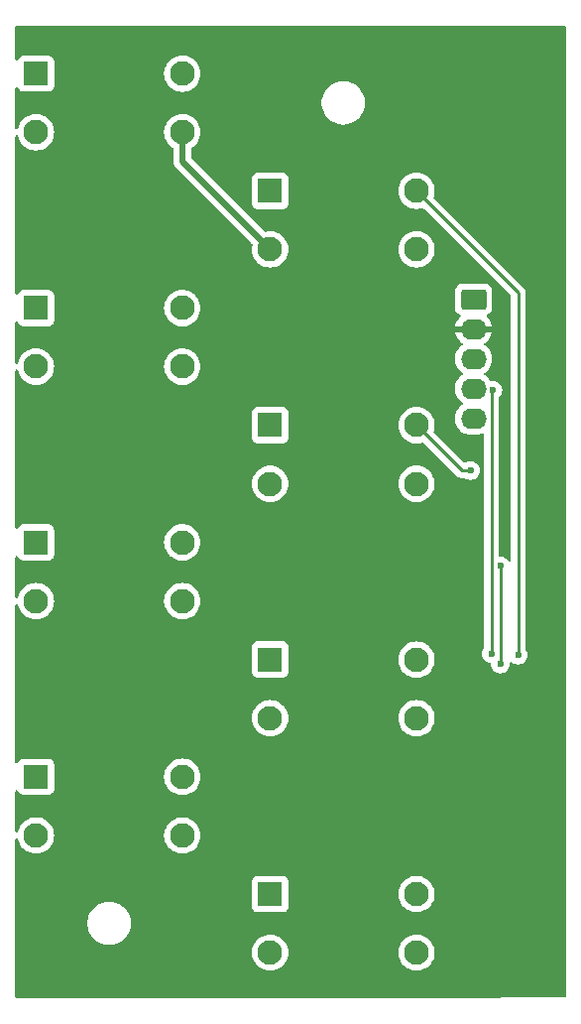
<source format=gbr>
G04 #@! TF.GenerationSoftware,KiCad,Pcbnew,8.0.8*
G04 #@! TF.CreationDate,2025-03-03T22:19:49-06:00*
G04 #@! TF.ProjectId,group13_buttons,67726f75-7031-4335-9f62-7574746f6e73,rev?*
G04 #@! TF.SameCoordinates,Original*
G04 #@! TF.FileFunction,Copper,L2,Bot*
G04 #@! TF.FilePolarity,Positive*
%FSLAX46Y46*%
G04 Gerber Fmt 4.6, Leading zero omitted, Abs format (unit mm)*
G04 Created by KiCad (PCBNEW 8.0.8) date 2025-03-03 22:19:49*
%MOMM*%
%LPD*%
G01*
G04 APERTURE LIST*
G04 Aperture macros list*
%AMRoundRect*
0 Rectangle with rounded corners*
0 $1 Rounding radius*
0 $2 $3 $4 $5 $6 $7 $8 $9 X,Y pos of 4 corners*
0 Add a 4 corners polygon primitive as box body*
4,1,4,$2,$3,$4,$5,$6,$7,$8,$9,$2,$3,0*
0 Add four circle primitives for the rounded corners*
1,1,$1+$1,$2,$3*
1,1,$1+$1,$4,$5*
1,1,$1+$1,$6,$7*
1,1,$1+$1,$8,$9*
0 Add four rect primitives between the rounded corners*
20,1,$1+$1,$2,$3,$4,$5,0*
20,1,$1+$1,$4,$5,$6,$7,0*
20,1,$1+$1,$6,$7,$8,$9,0*
20,1,$1+$1,$8,$9,$2,$3,0*%
G04 Aperture macros list end*
G04 #@! TA.AperFunction,ComponentPad*
%ADD10C,2.100000*%
G04 #@! TD*
G04 #@! TA.AperFunction,ComponentPad*
%ADD11R,2.100000X2.100000*%
G04 #@! TD*
G04 #@! TA.AperFunction,ComponentPad*
%ADD12O,2.190000X1.740000*%
G04 #@! TD*
G04 #@! TA.AperFunction,ComponentPad*
%ADD13RoundRect,0.250000X-0.845000X0.620000X-0.845000X-0.620000X0.845000X-0.620000X0.845000X0.620000X0*%
G04 #@! TD*
G04 #@! TA.AperFunction,ViaPad*
%ADD14C,0.600000*%
G04 #@! TD*
G04 #@! TA.AperFunction,Conductor*
%ADD15C,0.508000*%
G04 #@! TD*
G04 #@! TA.AperFunction,Conductor*
%ADD16C,0.254000*%
G04 #@! TD*
G04 APERTURE END LIST*
D10*
X173851000Y-192809000D03*
X161351000Y-192809000D03*
X173851000Y-187809000D03*
D11*
X161351000Y-187809000D03*
X161351000Y-167809000D03*
D10*
X173851000Y-167809000D03*
X161351000Y-172809000D03*
X173851000Y-172809000D03*
D11*
X161351000Y-147809000D03*
D10*
X173851000Y-147809000D03*
X161351000Y-152809000D03*
X173851000Y-152809000D03*
D11*
X161351000Y-127809000D03*
D10*
X173851000Y-127809000D03*
X161351000Y-132809000D03*
X173851000Y-132809000D03*
X153851000Y-182809000D03*
X141351000Y-182809000D03*
X153851000Y-177809000D03*
D11*
X141351000Y-177809000D03*
X141351000Y-157809000D03*
D10*
X153851000Y-157809000D03*
X141351000Y-162809000D03*
X153851000Y-162809000D03*
D11*
X141351000Y-137809000D03*
D10*
X153851000Y-137809000D03*
X141351000Y-142809000D03*
X153851000Y-142809000D03*
D11*
X141351000Y-117809000D03*
D10*
X153851000Y-117809000D03*
X141351000Y-122809000D03*
X153851000Y-122809000D03*
D12*
X178716000Y-147233000D03*
X178716000Y-144693000D03*
X178716000Y-142153000D03*
X178716000Y-139613000D03*
D13*
X178716000Y-137073000D03*
D14*
X143156000Y-176189000D03*
X163476000Y-170220000D03*
X158777000Y-170855000D03*
X161063000Y-159044000D03*
X180367000Y-144820000D03*
X180240000Y-167299000D03*
X181002000Y-159806000D03*
X181002000Y-168188000D03*
X182526000Y-167426000D03*
X178462000Y-151678000D03*
X156491000Y-153837000D03*
X158904000Y-141010000D03*
X157126000Y-173522000D03*
X156110000Y-121706000D03*
X165000000Y-121960000D03*
X158904000Y-120817000D03*
D15*
X153851000Y-125309000D02*
X153851000Y-122809000D01*
X161351000Y-132809000D02*
X153851000Y-125309000D01*
D16*
X180240000Y-144947000D02*
X180367000Y-144820000D01*
X180240000Y-167299000D02*
X180240000Y-144947000D01*
X181002000Y-168188000D02*
X181002000Y-159806000D01*
X182526000Y-136484000D02*
X173851000Y-127809000D01*
X182526000Y-167426000D02*
X182526000Y-136484000D01*
X178462000Y-151678000D02*
X177720000Y-151678000D01*
X177720000Y-151678000D02*
X173851000Y-147809000D01*
G04 #@! TA.AperFunction,Conductor*
G36*
X186534539Y-113717185D02*
G01*
X186580294Y-113769989D01*
X186591500Y-113821500D01*
X186591500Y-196514005D01*
X186571815Y-196581044D01*
X186519011Y-196626799D01*
X186468161Y-196638003D01*
X175500625Y-196696498D01*
X175499964Y-196696500D01*
X139716500Y-196696500D01*
X139649461Y-196676815D01*
X139603706Y-196624011D01*
X139592500Y-196572500D01*
X139592500Y-192809000D01*
X159795706Y-192809000D01*
X159814853Y-193052297D01*
X159871830Y-193289619D01*
X159965222Y-193515089D01*
X160092737Y-193723173D01*
X160092738Y-193723176D01*
X160092741Y-193723179D01*
X160251241Y-193908759D01*
X160394897Y-194031453D01*
X160436823Y-194067261D01*
X160436826Y-194067262D01*
X160644910Y-194194777D01*
X160870381Y-194288169D01*
X160870378Y-194288169D01*
X160870384Y-194288170D01*
X160870388Y-194288172D01*
X161107698Y-194345146D01*
X161351000Y-194364294D01*
X161594302Y-194345146D01*
X161831612Y-194288172D01*
X162057089Y-194194777D01*
X162265179Y-194067259D01*
X162450759Y-193908759D01*
X162609259Y-193723179D01*
X162736777Y-193515089D01*
X162830172Y-193289612D01*
X162887146Y-193052302D01*
X162906294Y-192809000D01*
X172295706Y-192809000D01*
X172314853Y-193052297D01*
X172371830Y-193289619D01*
X172465222Y-193515089D01*
X172592737Y-193723173D01*
X172592738Y-193723176D01*
X172592741Y-193723179D01*
X172751241Y-193908759D01*
X172894897Y-194031453D01*
X172936823Y-194067261D01*
X172936826Y-194067262D01*
X173144910Y-194194777D01*
X173370381Y-194288169D01*
X173370378Y-194288169D01*
X173370384Y-194288170D01*
X173370388Y-194288172D01*
X173607698Y-194345146D01*
X173851000Y-194364294D01*
X174094302Y-194345146D01*
X174331612Y-194288172D01*
X174557089Y-194194777D01*
X174765179Y-194067259D01*
X174950759Y-193908759D01*
X175109259Y-193723179D01*
X175236777Y-193515089D01*
X175330172Y-193289612D01*
X175387146Y-193052302D01*
X175406294Y-192809000D01*
X175387146Y-192565698D01*
X175330172Y-192328388D01*
X175236777Y-192102911D01*
X175236777Y-192102910D01*
X175109262Y-191894826D01*
X175109261Y-191894823D01*
X175071774Y-191850932D01*
X174950759Y-191709241D01*
X174828063Y-191604449D01*
X174765176Y-191550738D01*
X174765173Y-191550737D01*
X174557089Y-191423222D01*
X174331618Y-191329830D01*
X174331621Y-191329830D01*
X174225992Y-191304470D01*
X174094302Y-191272854D01*
X174094300Y-191272853D01*
X174094297Y-191272853D01*
X173851000Y-191253706D01*
X173607702Y-191272853D01*
X173370380Y-191329830D01*
X173144910Y-191423222D01*
X172936826Y-191550737D01*
X172936823Y-191550738D01*
X172751241Y-191709241D01*
X172592738Y-191894823D01*
X172592737Y-191894826D01*
X172465222Y-192102910D01*
X172371830Y-192328380D01*
X172314853Y-192565702D01*
X172295706Y-192809000D01*
X162906294Y-192809000D01*
X162887146Y-192565698D01*
X162830172Y-192328388D01*
X162736777Y-192102911D01*
X162736777Y-192102910D01*
X162609262Y-191894826D01*
X162609261Y-191894823D01*
X162571774Y-191850932D01*
X162450759Y-191709241D01*
X162328063Y-191604449D01*
X162265176Y-191550738D01*
X162265173Y-191550737D01*
X162057089Y-191423222D01*
X161831618Y-191329830D01*
X161831621Y-191329830D01*
X161725992Y-191304470D01*
X161594302Y-191272854D01*
X161594300Y-191272853D01*
X161594297Y-191272853D01*
X161351000Y-191253706D01*
X161107702Y-191272853D01*
X160870380Y-191329830D01*
X160644910Y-191423222D01*
X160436826Y-191550737D01*
X160436823Y-191550738D01*
X160251241Y-191709241D01*
X160092738Y-191894823D01*
X160092737Y-191894826D01*
X159965222Y-192102910D01*
X159871830Y-192328380D01*
X159814853Y-192565702D01*
X159795706Y-192809000D01*
X139592500Y-192809000D01*
X139592500Y-190187711D01*
X145750500Y-190187711D01*
X145750500Y-190430288D01*
X145782161Y-190670785D01*
X145844947Y-190905104D01*
X145937773Y-191129205D01*
X145937776Y-191129212D01*
X146059064Y-191339289D01*
X146059066Y-191339292D01*
X146059067Y-191339293D01*
X146206733Y-191531736D01*
X146206739Y-191531743D01*
X146378256Y-191703260D01*
X146378262Y-191703265D01*
X146570711Y-191850936D01*
X146780788Y-191972224D01*
X147004900Y-192065054D01*
X147239211Y-192127838D01*
X147419586Y-192151584D01*
X147479711Y-192159500D01*
X147479712Y-192159500D01*
X147722289Y-192159500D01*
X147770388Y-192153167D01*
X147962789Y-192127838D01*
X148197100Y-192065054D01*
X148421212Y-191972224D01*
X148631289Y-191850936D01*
X148823738Y-191703265D01*
X148995265Y-191531738D01*
X149142936Y-191339289D01*
X149264224Y-191129212D01*
X149357054Y-190905100D01*
X149419838Y-190670789D01*
X149451500Y-190430288D01*
X149451500Y-190187712D01*
X149419838Y-189947211D01*
X149357054Y-189712900D01*
X149264224Y-189488788D01*
X149142936Y-189278711D01*
X148995265Y-189086262D01*
X148995260Y-189086256D01*
X148823743Y-188914739D01*
X148823736Y-188914733D01*
X148631293Y-188767067D01*
X148631292Y-188767066D01*
X148631289Y-188767064D01*
X148421212Y-188645776D01*
X148421205Y-188645773D01*
X148197104Y-188552947D01*
X147962785Y-188490161D01*
X147722289Y-188458500D01*
X147722288Y-188458500D01*
X147479712Y-188458500D01*
X147479711Y-188458500D01*
X147239214Y-188490161D01*
X147004895Y-188552947D01*
X146780794Y-188645773D01*
X146780785Y-188645777D01*
X146570706Y-188767067D01*
X146378263Y-188914733D01*
X146378256Y-188914739D01*
X146206739Y-189086256D01*
X146206733Y-189086263D01*
X146059067Y-189278706D01*
X145937777Y-189488785D01*
X145937773Y-189488794D01*
X145844947Y-189712895D01*
X145782161Y-189947214D01*
X145750500Y-190187711D01*
X139592500Y-190187711D01*
X139592500Y-186711135D01*
X159800500Y-186711135D01*
X159800500Y-188906870D01*
X159800501Y-188906876D01*
X159806908Y-188966483D01*
X159857202Y-189101328D01*
X159857206Y-189101335D01*
X159943452Y-189216544D01*
X159943455Y-189216547D01*
X160058664Y-189302793D01*
X160058671Y-189302797D01*
X160193517Y-189353091D01*
X160193516Y-189353091D01*
X160200444Y-189353835D01*
X160253127Y-189359500D01*
X162448872Y-189359499D01*
X162508483Y-189353091D01*
X162643331Y-189302796D01*
X162758546Y-189216546D01*
X162844796Y-189101331D01*
X162895091Y-188966483D01*
X162901500Y-188906873D01*
X162901499Y-187809000D01*
X172295706Y-187809000D01*
X172314853Y-188052297D01*
X172371830Y-188289619D01*
X172465222Y-188515089D01*
X172592737Y-188723173D01*
X172592738Y-188723176D01*
X172592741Y-188723179D01*
X172751241Y-188908759D01*
X172894897Y-189031453D01*
X172936823Y-189067261D01*
X172936826Y-189067262D01*
X173144910Y-189194777D01*
X173370381Y-189288169D01*
X173370378Y-189288169D01*
X173370384Y-189288170D01*
X173370388Y-189288172D01*
X173607698Y-189345146D01*
X173851000Y-189364294D01*
X174094302Y-189345146D01*
X174331612Y-189288172D01*
X174557089Y-189194777D01*
X174765179Y-189067259D01*
X174950759Y-188908759D01*
X175109259Y-188723179D01*
X175236777Y-188515089D01*
X175330172Y-188289612D01*
X175387146Y-188052302D01*
X175406294Y-187809000D01*
X175387146Y-187565698D01*
X175330172Y-187328388D01*
X175236777Y-187102911D01*
X175236777Y-187102910D01*
X175109262Y-186894826D01*
X175109261Y-186894823D01*
X175073453Y-186852897D01*
X174950759Y-186709241D01*
X174828063Y-186604449D01*
X174765176Y-186550738D01*
X174765173Y-186550737D01*
X174557089Y-186423222D01*
X174331618Y-186329830D01*
X174331621Y-186329830D01*
X174225992Y-186304470D01*
X174094302Y-186272854D01*
X174094300Y-186272853D01*
X174094297Y-186272853D01*
X173851000Y-186253706D01*
X173607702Y-186272853D01*
X173607698Y-186272854D01*
X173431301Y-186315204D01*
X173370380Y-186329830D01*
X173144910Y-186423222D01*
X172936826Y-186550737D01*
X172936823Y-186550738D01*
X172751241Y-186709241D01*
X172592738Y-186894823D01*
X172592737Y-186894826D01*
X172465222Y-187102910D01*
X172371830Y-187328380D01*
X172314853Y-187565702D01*
X172295706Y-187809000D01*
X162901499Y-187809000D01*
X162901499Y-186711128D01*
X162895091Y-186651517D01*
X162844796Y-186516669D01*
X162844795Y-186516668D01*
X162844793Y-186516664D01*
X162758547Y-186401455D01*
X162758544Y-186401452D01*
X162643335Y-186315206D01*
X162643328Y-186315202D01*
X162508482Y-186264908D01*
X162508483Y-186264908D01*
X162448883Y-186258501D01*
X162448881Y-186258500D01*
X162448873Y-186258500D01*
X162448864Y-186258500D01*
X160253129Y-186258500D01*
X160253123Y-186258501D01*
X160193516Y-186264908D01*
X160058671Y-186315202D01*
X160058664Y-186315206D01*
X159943455Y-186401452D01*
X159943452Y-186401455D01*
X159857206Y-186516664D01*
X159857202Y-186516671D01*
X159806908Y-186651517D01*
X159800703Y-186709241D01*
X159800501Y-186711123D01*
X159800500Y-186711135D01*
X139592500Y-186711135D01*
X139592500Y-183173798D01*
X139612185Y-183106759D01*
X139664989Y-183061004D01*
X139734147Y-183051060D01*
X139797703Y-183080085D01*
X139835477Y-183138863D01*
X139837065Y-183144818D01*
X139871828Y-183289612D01*
X139871830Y-183289619D01*
X139965222Y-183515089D01*
X140092737Y-183723173D01*
X140092738Y-183723176D01*
X140092741Y-183723179D01*
X140251241Y-183908759D01*
X140394897Y-184031453D01*
X140436823Y-184067261D01*
X140436826Y-184067262D01*
X140644910Y-184194777D01*
X140870381Y-184288169D01*
X140870378Y-184288169D01*
X140870384Y-184288170D01*
X140870388Y-184288172D01*
X141107698Y-184345146D01*
X141351000Y-184364294D01*
X141594302Y-184345146D01*
X141831612Y-184288172D01*
X142057089Y-184194777D01*
X142265179Y-184067259D01*
X142450759Y-183908759D01*
X142609259Y-183723179D01*
X142736777Y-183515089D01*
X142830172Y-183289612D01*
X142887146Y-183052302D01*
X142906294Y-182809000D01*
X152295706Y-182809000D01*
X152314853Y-183052297D01*
X152371830Y-183289619D01*
X152465222Y-183515089D01*
X152592737Y-183723173D01*
X152592738Y-183723176D01*
X152592741Y-183723179D01*
X152751241Y-183908759D01*
X152894897Y-184031453D01*
X152936823Y-184067261D01*
X152936826Y-184067262D01*
X153144910Y-184194777D01*
X153370381Y-184288169D01*
X153370378Y-184288169D01*
X153370384Y-184288170D01*
X153370388Y-184288172D01*
X153607698Y-184345146D01*
X153851000Y-184364294D01*
X154094302Y-184345146D01*
X154331612Y-184288172D01*
X154557089Y-184194777D01*
X154765179Y-184067259D01*
X154950759Y-183908759D01*
X155109259Y-183723179D01*
X155236777Y-183515089D01*
X155330172Y-183289612D01*
X155387146Y-183052302D01*
X155406294Y-182809000D01*
X155387146Y-182565698D01*
X155330172Y-182328388D01*
X155236777Y-182102911D01*
X155236777Y-182102910D01*
X155109262Y-181894826D01*
X155109261Y-181894823D01*
X155073453Y-181852897D01*
X154950759Y-181709241D01*
X154828063Y-181604449D01*
X154765176Y-181550738D01*
X154765173Y-181550737D01*
X154557089Y-181423222D01*
X154331618Y-181329830D01*
X154331621Y-181329830D01*
X154225992Y-181304470D01*
X154094302Y-181272854D01*
X154094300Y-181272853D01*
X154094297Y-181272853D01*
X153851000Y-181253706D01*
X153607702Y-181272853D01*
X153370380Y-181329830D01*
X153144910Y-181423222D01*
X152936826Y-181550737D01*
X152936823Y-181550738D01*
X152751241Y-181709241D01*
X152592738Y-181894823D01*
X152592737Y-181894826D01*
X152465222Y-182102910D01*
X152371830Y-182328380D01*
X152314853Y-182565702D01*
X152295706Y-182809000D01*
X142906294Y-182809000D01*
X142887146Y-182565698D01*
X142830172Y-182328388D01*
X142736777Y-182102911D01*
X142736777Y-182102910D01*
X142609262Y-181894826D01*
X142609261Y-181894823D01*
X142573453Y-181852897D01*
X142450759Y-181709241D01*
X142328063Y-181604449D01*
X142265176Y-181550738D01*
X142265173Y-181550737D01*
X142057089Y-181423222D01*
X141831618Y-181329830D01*
X141831621Y-181329830D01*
X141725992Y-181304470D01*
X141594302Y-181272854D01*
X141594300Y-181272853D01*
X141594297Y-181272853D01*
X141351000Y-181253706D01*
X141107702Y-181272853D01*
X140870380Y-181329830D01*
X140644910Y-181423222D01*
X140436826Y-181550737D01*
X140436823Y-181550738D01*
X140251241Y-181709241D01*
X140092738Y-181894823D01*
X140092737Y-181894826D01*
X139965222Y-182102910D01*
X139871830Y-182328380D01*
X139871828Y-182328387D01*
X139871828Y-182328388D01*
X139837072Y-182473150D01*
X139802283Y-182533740D01*
X139740256Y-182565904D01*
X139670687Y-182559428D01*
X139615664Y-182516368D01*
X139592655Y-182450395D01*
X139592500Y-182444201D01*
X139592500Y-179078917D01*
X139612185Y-179011878D01*
X139664989Y-178966123D01*
X139734147Y-178956179D01*
X139797703Y-178985204D01*
X139832682Y-179035585D01*
X139857201Y-179101326D01*
X139857206Y-179101335D01*
X139943452Y-179216544D01*
X139943455Y-179216547D01*
X140058664Y-179302793D01*
X140058671Y-179302797D01*
X140193517Y-179353091D01*
X140193516Y-179353091D01*
X140200444Y-179353835D01*
X140253127Y-179359500D01*
X142448872Y-179359499D01*
X142508483Y-179353091D01*
X142643331Y-179302796D01*
X142758546Y-179216546D01*
X142844796Y-179101331D01*
X142895091Y-178966483D01*
X142901500Y-178906873D01*
X142901499Y-177809000D01*
X152295706Y-177809000D01*
X152314853Y-178052297D01*
X152371830Y-178289619D01*
X152465222Y-178515089D01*
X152592737Y-178723173D01*
X152592738Y-178723176D01*
X152592741Y-178723179D01*
X152751241Y-178908759D01*
X152840747Y-178985204D01*
X152936823Y-179067261D01*
X152936826Y-179067262D01*
X153144910Y-179194777D01*
X153370381Y-179288169D01*
X153370378Y-179288169D01*
X153370384Y-179288170D01*
X153370388Y-179288172D01*
X153607698Y-179345146D01*
X153851000Y-179364294D01*
X154094302Y-179345146D01*
X154331612Y-179288172D01*
X154557089Y-179194777D01*
X154765179Y-179067259D01*
X154950759Y-178908759D01*
X155109259Y-178723179D01*
X155236777Y-178515089D01*
X155330172Y-178289612D01*
X155387146Y-178052302D01*
X155406294Y-177809000D01*
X155387146Y-177565698D01*
X155330172Y-177328388D01*
X155236777Y-177102911D01*
X155236777Y-177102910D01*
X155109262Y-176894826D01*
X155109261Y-176894823D01*
X155073453Y-176852897D01*
X154950759Y-176709241D01*
X154802265Y-176582415D01*
X154765176Y-176550738D01*
X154765173Y-176550737D01*
X154557089Y-176423222D01*
X154331618Y-176329830D01*
X154331621Y-176329830D01*
X154225992Y-176304470D01*
X154094302Y-176272854D01*
X154094300Y-176272853D01*
X154094297Y-176272853D01*
X153851000Y-176253706D01*
X153607702Y-176272853D01*
X153607698Y-176272854D01*
X153431301Y-176315204D01*
X153370380Y-176329830D01*
X153144910Y-176423222D01*
X152936826Y-176550737D01*
X152936823Y-176550738D01*
X152751241Y-176709241D01*
X152592738Y-176894823D01*
X152592737Y-176894826D01*
X152465222Y-177102910D01*
X152371830Y-177328380D01*
X152314853Y-177565702D01*
X152295706Y-177809000D01*
X142901499Y-177809000D01*
X142901499Y-176711128D01*
X142895091Y-176651517D01*
X142875320Y-176598509D01*
X142844797Y-176516671D01*
X142844793Y-176516664D01*
X142758547Y-176401455D01*
X142758544Y-176401452D01*
X142643335Y-176315206D01*
X142643328Y-176315202D01*
X142508482Y-176264908D01*
X142508483Y-176264908D01*
X142448883Y-176258501D01*
X142448881Y-176258500D01*
X142448873Y-176258500D01*
X142448864Y-176258500D01*
X140253129Y-176258500D01*
X140253123Y-176258501D01*
X140193516Y-176264908D01*
X140058671Y-176315202D01*
X140058664Y-176315206D01*
X139943455Y-176401452D01*
X139943452Y-176401455D01*
X139857206Y-176516664D01*
X139857202Y-176516671D01*
X139832682Y-176582415D01*
X139790811Y-176638349D01*
X139725347Y-176662766D01*
X139657074Y-176647915D01*
X139607668Y-176598509D01*
X139592500Y-176539082D01*
X139592500Y-172809000D01*
X159795706Y-172809000D01*
X159814853Y-173052297D01*
X159871830Y-173289619D01*
X159965222Y-173515089D01*
X160092737Y-173723173D01*
X160092738Y-173723176D01*
X160092741Y-173723179D01*
X160251241Y-173908759D01*
X160394897Y-174031453D01*
X160436823Y-174067261D01*
X160436826Y-174067262D01*
X160644910Y-174194777D01*
X160870381Y-174288169D01*
X160870378Y-174288169D01*
X160870384Y-174288170D01*
X160870388Y-174288172D01*
X161107698Y-174345146D01*
X161351000Y-174364294D01*
X161594302Y-174345146D01*
X161831612Y-174288172D01*
X162057089Y-174194777D01*
X162265179Y-174067259D01*
X162450759Y-173908759D01*
X162609259Y-173723179D01*
X162736777Y-173515089D01*
X162830172Y-173289612D01*
X162887146Y-173052302D01*
X162906294Y-172809000D01*
X172295706Y-172809000D01*
X172314853Y-173052297D01*
X172371830Y-173289619D01*
X172465222Y-173515089D01*
X172592737Y-173723173D01*
X172592738Y-173723176D01*
X172592741Y-173723179D01*
X172751241Y-173908759D01*
X172894897Y-174031453D01*
X172936823Y-174067261D01*
X172936826Y-174067262D01*
X173144910Y-174194777D01*
X173370381Y-174288169D01*
X173370378Y-174288169D01*
X173370384Y-174288170D01*
X173370388Y-174288172D01*
X173607698Y-174345146D01*
X173851000Y-174364294D01*
X174094302Y-174345146D01*
X174331612Y-174288172D01*
X174557089Y-174194777D01*
X174765179Y-174067259D01*
X174950759Y-173908759D01*
X175109259Y-173723179D01*
X175236777Y-173515089D01*
X175330172Y-173289612D01*
X175387146Y-173052302D01*
X175406294Y-172809000D01*
X175387146Y-172565698D01*
X175330172Y-172328388D01*
X175236777Y-172102911D01*
X175236777Y-172102910D01*
X175109262Y-171894826D01*
X175109261Y-171894823D01*
X175073453Y-171852897D01*
X174950759Y-171709241D01*
X174828063Y-171604449D01*
X174765176Y-171550738D01*
X174765173Y-171550737D01*
X174557089Y-171423222D01*
X174331618Y-171329830D01*
X174331621Y-171329830D01*
X174225992Y-171304470D01*
X174094302Y-171272854D01*
X174094300Y-171272853D01*
X174094297Y-171272853D01*
X173851000Y-171253706D01*
X173607702Y-171272853D01*
X173370380Y-171329830D01*
X173144910Y-171423222D01*
X172936826Y-171550737D01*
X172936823Y-171550738D01*
X172751241Y-171709241D01*
X172592738Y-171894823D01*
X172592737Y-171894826D01*
X172465222Y-172102910D01*
X172371830Y-172328380D01*
X172314853Y-172565702D01*
X172295706Y-172809000D01*
X162906294Y-172809000D01*
X162887146Y-172565698D01*
X162830172Y-172328388D01*
X162736777Y-172102911D01*
X162736777Y-172102910D01*
X162609262Y-171894826D01*
X162609261Y-171894823D01*
X162573453Y-171852897D01*
X162450759Y-171709241D01*
X162328063Y-171604449D01*
X162265176Y-171550738D01*
X162265173Y-171550737D01*
X162057089Y-171423222D01*
X161831618Y-171329830D01*
X161831621Y-171329830D01*
X161725992Y-171304470D01*
X161594302Y-171272854D01*
X161594300Y-171272853D01*
X161594297Y-171272853D01*
X161351000Y-171253706D01*
X161107702Y-171272853D01*
X160870380Y-171329830D01*
X160644910Y-171423222D01*
X160436826Y-171550737D01*
X160436823Y-171550738D01*
X160251241Y-171709241D01*
X160092738Y-171894823D01*
X160092737Y-171894826D01*
X159965222Y-172102910D01*
X159871830Y-172328380D01*
X159814853Y-172565702D01*
X159795706Y-172809000D01*
X139592500Y-172809000D01*
X139592500Y-166711135D01*
X159800500Y-166711135D01*
X159800500Y-168906870D01*
X159800501Y-168906876D01*
X159806908Y-168966483D01*
X159857202Y-169101328D01*
X159857206Y-169101335D01*
X159943452Y-169216544D01*
X159943455Y-169216547D01*
X160058664Y-169302793D01*
X160058671Y-169302797D01*
X160193517Y-169353091D01*
X160193516Y-169353091D01*
X160200444Y-169353835D01*
X160253127Y-169359500D01*
X162448872Y-169359499D01*
X162508483Y-169353091D01*
X162643331Y-169302796D01*
X162758546Y-169216546D01*
X162844796Y-169101331D01*
X162895091Y-168966483D01*
X162901500Y-168906873D01*
X162901499Y-167809000D01*
X172295706Y-167809000D01*
X172314853Y-168052297D01*
X172314853Y-168052300D01*
X172314854Y-168052302D01*
X172347433Y-168188003D01*
X172371830Y-168289619D01*
X172465222Y-168515089D01*
X172592737Y-168723173D01*
X172592738Y-168723176D01*
X172592741Y-168723179D01*
X172751241Y-168908759D01*
X172894897Y-169031453D01*
X172936823Y-169067261D01*
X172936826Y-169067262D01*
X173144910Y-169194777D01*
X173370381Y-169288169D01*
X173370378Y-169288169D01*
X173370384Y-169288170D01*
X173370388Y-169288172D01*
X173607698Y-169345146D01*
X173851000Y-169364294D01*
X174094302Y-169345146D01*
X174331612Y-169288172D01*
X174557089Y-169194777D01*
X174765179Y-169067259D01*
X174950759Y-168908759D01*
X175109259Y-168723179D01*
X175236777Y-168515089D01*
X175330172Y-168289612D01*
X175387146Y-168052302D01*
X175406294Y-167809000D01*
X175387146Y-167565698D01*
X175330172Y-167328388D01*
X175330169Y-167328380D01*
X175236777Y-167102910D01*
X175109262Y-166894826D01*
X175109261Y-166894823D01*
X175023510Y-166794422D01*
X174950759Y-166709241D01*
X174828063Y-166604449D01*
X174765176Y-166550738D01*
X174765173Y-166550737D01*
X174557089Y-166423222D01*
X174331618Y-166329830D01*
X174331621Y-166329830D01*
X174225992Y-166304470D01*
X174094302Y-166272854D01*
X174094300Y-166272853D01*
X174094297Y-166272853D01*
X173851000Y-166253706D01*
X173607702Y-166272853D01*
X173607698Y-166272854D01*
X173431301Y-166315204D01*
X173370380Y-166329830D01*
X173144910Y-166423222D01*
X172936826Y-166550737D01*
X172936823Y-166550738D01*
X172751241Y-166709241D01*
X172592738Y-166894823D01*
X172592737Y-166894826D01*
X172465222Y-167102910D01*
X172371830Y-167328380D01*
X172314853Y-167565702D01*
X172295706Y-167809000D01*
X162901499Y-167809000D01*
X162901499Y-166711128D01*
X162895091Y-166651517D01*
X162844796Y-166516669D01*
X162844795Y-166516668D01*
X162844793Y-166516664D01*
X162758547Y-166401455D01*
X162758544Y-166401452D01*
X162643335Y-166315206D01*
X162643328Y-166315202D01*
X162508482Y-166264908D01*
X162508483Y-166264908D01*
X162448883Y-166258501D01*
X162448881Y-166258500D01*
X162448873Y-166258500D01*
X162448864Y-166258500D01*
X160253129Y-166258500D01*
X160253123Y-166258501D01*
X160193516Y-166264908D01*
X160058671Y-166315202D01*
X160058664Y-166315206D01*
X159943455Y-166401452D01*
X159943452Y-166401455D01*
X159857206Y-166516664D01*
X159857202Y-166516671D01*
X159806908Y-166651517D01*
X159800703Y-166709241D01*
X159800501Y-166711123D01*
X159800500Y-166711135D01*
X139592500Y-166711135D01*
X139592500Y-163173798D01*
X139612185Y-163106759D01*
X139664989Y-163061004D01*
X139734147Y-163051060D01*
X139797703Y-163080085D01*
X139835477Y-163138863D01*
X139837065Y-163144818D01*
X139871828Y-163289612D01*
X139871830Y-163289619D01*
X139965222Y-163515089D01*
X140092737Y-163723173D01*
X140092738Y-163723176D01*
X140092741Y-163723179D01*
X140251241Y-163908759D01*
X140394897Y-164031453D01*
X140436823Y-164067261D01*
X140436826Y-164067262D01*
X140644910Y-164194777D01*
X140870381Y-164288169D01*
X140870378Y-164288169D01*
X140870384Y-164288170D01*
X140870388Y-164288172D01*
X141107698Y-164345146D01*
X141351000Y-164364294D01*
X141594302Y-164345146D01*
X141831612Y-164288172D01*
X142057089Y-164194777D01*
X142265179Y-164067259D01*
X142450759Y-163908759D01*
X142609259Y-163723179D01*
X142736777Y-163515089D01*
X142830172Y-163289612D01*
X142887146Y-163052302D01*
X142906294Y-162809000D01*
X152295706Y-162809000D01*
X152314853Y-163052297D01*
X152371830Y-163289619D01*
X152465222Y-163515089D01*
X152592737Y-163723173D01*
X152592738Y-163723176D01*
X152592741Y-163723179D01*
X152751241Y-163908759D01*
X152894897Y-164031453D01*
X152936823Y-164067261D01*
X152936826Y-164067262D01*
X153144910Y-164194777D01*
X153370381Y-164288169D01*
X153370378Y-164288169D01*
X153370384Y-164288170D01*
X153370388Y-164288172D01*
X153607698Y-164345146D01*
X153851000Y-164364294D01*
X154094302Y-164345146D01*
X154331612Y-164288172D01*
X154557089Y-164194777D01*
X154765179Y-164067259D01*
X154950759Y-163908759D01*
X155109259Y-163723179D01*
X155236777Y-163515089D01*
X155330172Y-163289612D01*
X155387146Y-163052302D01*
X155406294Y-162809000D01*
X155387146Y-162565698D01*
X155330172Y-162328388D01*
X155236777Y-162102911D01*
X155236777Y-162102910D01*
X155109262Y-161894826D01*
X155109261Y-161894823D01*
X155073453Y-161852897D01*
X154950759Y-161709241D01*
X154828063Y-161604449D01*
X154765176Y-161550738D01*
X154765173Y-161550737D01*
X154557089Y-161423222D01*
X154331618Y-161329830D01*
X154331621Y-161329830D01*
X154225992Y-161304470D01*
X154094302Y-161272854D01*
X154094300Y-161272853D01*
X154094297Y-161272853D01*
X153851000Y-161253706D01*
X153607702Y-161272853D01*
X153370380Y-161329830D01*
X153144910Y-161423222D01*
X152936826Y-161550737D01*
X152936823Y-161550738D01*
X152751241Y-161709241D01*
X152592738Y-161894823D01*
X152592737Y-161894826D01*
X152465222Y-162102910D01*
X152371830Y-162328380D01*
X152314853Y-162565702D01*
X152295706Y-162809000D01*
X142906294Y-162809000D01*
X142887146Y-162565698D01*
X142830172Y-162328388D01*
X142736777Y-162102911D01*
X142736777Y-162102910D01*
X142609262Y-161894826D01*
X142609261Y-161894823D01*
X142573453Y-161852897D01*
X142450759Y-161709241D01*
X142328063Y-161604449D01*
X142265176Y-161550738D01*
X142265173Y-161550737D01*
X142057089Y-161423222D01*
X141831618Y-161329830D01*
X141831621Y-161329830D01*
X141725992Y-161304470D01*
X141594302Y-161272854D01*
X141594300Y-161272853D01*
X141594297Y-161272853D01*
X141351000Y-161253706D01*
X141107702Y-161272853D01*
X140870380Y-161329830D01*
X140644910Y-161423222D01*
X140436826Y-161550737D01*
X140436823Y-161550738D01*
X140251241Y-161709241D01*
X140092738Y-161894823D01*
X140092737Y-161894826D01*
X139965222Y-162102910D01*
X139871830Y-162328380D01*
X139871828Y-162328387D01*
X139871828Y-162328388D01*
X139837072Y-162473150D01*
X139802283Y-162533740D01*
X139740256Y-162565904D01*
X139670687Y-162559428D01*
X139615664Y-162516368D01*
X139592655Y-162450395D01*
X139592500Y-162444201D01*
X139592500Y-159078917D01*
X139612185Y-159011878D01*
X139664989Y-158966123D01*
X139734147Y-158956179D01*
X139797703Y-158985204D01*
X139832682Y-159035585D01*
X139857201Y-159101326D01*
X139857206Y-159101335D01*
X139943452Y-159216544D01*
X139943455Y-159216547D01*
X140058664Y-159302793D01*
X140058671Y-159302797D01*
X140193517Y-159353091D01*
X140193516Y-159353091D01*
X140200444Y-159353835D01*
X140253127Y-159359500D01*
X142448872Y-159359499D01*
X142508483Y-159353091D01*
X142643331Y-159302796D01*
X142758546Y-159216546D01*
X142844796Y-159101331D01*
X142895091Y-158966483D01*
X142901500Y-158906873D01*
X142901499Y-157809000D01*
X152295706Y-157809000D01*
X152314853Y-158052297D01*
X152371830Y-158289619D01*
X152465222Y-158515089D01*
X152592737Y-158723173D01*
X152592738Y-158723176D01*
X152592741Y-158723179D01*
X152751241Y-158908759D01*
X152840747Y-158985204D01*
X152936823Y-159067261D01*
X152936826Y-159067262D01*
X153144910Y-159194777D01*
X153370381Y-159288169D01*
X153370378Y-159288169D01*
X153370384Y-159288170D01*
X153370388Y-159288172D01*
X153607698Y-159345146D01*
X153851000Y-159364294D01*
X154094302Y-159345146D01*
X154331612Y-159288172D01*
X154557089Y-159194777D01*
X154765179Y-159067259D01*
X154950759Y-158908759D01*
X155109259Y-158723179D01*
X155236777Y-158515089D01*
X155330172Y-158289612D01*
X155387146Y-158052302D01*
X155406294Y-157809000D01*
X155387146Y-157565698D01*
X155330172Y-157328388D01*
X155236777Y-157102911D01*
X155236777Y-157102910D01*
X155109262Y-156894826D01*
X155109261Y-156894823D01*
X155073453Y-156852897D01*
X154950759Y-156709241D01*
X154802265Y-156582415D01*
X154765176Y-156550738D01*
X154765173Y-156550737D01*
X154557089Y-156423222D01*
X154331618Y-156329830D01*
X154331621Y-156329830D01*
X154225992Y-156304470D01*
X154094302Y-156272854D01*
X154094300Y-156272853D01*
X154094297Y-156272853D01*
X153851000Y-156253706D01*
X153607702Y-156272853D01*
X153607698Y-156272854D01*
X153431301Y-156315204D01*
X153370380Y-156329830D01*
X153144910Y-156423222D01*
X152936826Y-156550737D01*
X152936823Y-156550738D01*
X152751241Y-156709241D01*
X152592738Y-156894823D01*
X152592737Y-156894826D01*
X152465222Y-157102910D01*
X152371830Y-157328380D01*
X152314853Y-157565702D01*
X152295706Y-157809000D01*
X142901499Y-157809000D01*
X142901499Y-156711128D01*
X142895091Y-156651517D01*
X142875320Y-156598509D01*
X142844797Y-156516671D01*
X142844793Y-156516664D01*
X142758547Y-156401455D01*
X142758544Y-156401452D01*
X142643335Y-156315206D01*
X142643328Y-156315202D01*
X142508482Y-156264908D01*
X142508483Y-156264908D01*
X142448883Y-156258501D01*
X142448881Y-156258500D01*
X142448873Y-156258500D01*
X142448864Y-156258500D01*
X140253129Y-156258500D01*
X140253123Y-156258501D01*
X140193516Y-156264908D01*
X140058671Y-156315202D01*
X140058664Y-156315206D01*
X139943455Y-156401452D01*
X139943452Y-156401455D01*
X139857206Y-156516664D01*
X139857202Y-156516671D01*
X139832682Y-156582415D01*
X139790811Y-156638349D01*
X139725347Y-156662766D01*
X139657074Y-156647915D01*
X139607668Y-156598509D01*
X139592500Y-156539082D01*
X139592500Y-152809000D01*
X159795706Y-152809000D01*
X159814853Y-153052297D01*
X159871830Y-153289619D01*
X159965222Y-153515089D01*
X160092737Y-153723173D01*
X160092738Y-153723176D01*
X160092741Y-153723179D01*
X160251241Y-153908759D01*
X160394897Y-154031453D01*
X160436823Y-154067261D01*
X160436826Y-154067262D01*
X160644910Y-154194777D01*
X160870381Y-154288169D01*
X160870378Y-154288169D01*
X160870384Y-154288170D01*
X160870388Y-154288172D01*
X161107698Y-154345146D01*
X161351000Y-154364294D01*
X161594302Y-154345146D01*
X161831612Y-154288172D01*
X162057089Y-154194777D01*
X162265179Y-154067259D01*
X162450759Y-153908759D01*
X162609259Y-153723179D01*
X162736777Y-153515089D01*
X162830172Y-153289612D01*
X162887146Y-153052302D01*
X162906294Y-152809000D01*
X172295706Y-152809000D01*
X172314853Y-153052297D01*
X172371830Y-153289619D01*
X172465222Y-153515089D01*
X172592737Y-153723173D01*
X172592738Y-153723176D01*
X172592741Y-153723179D01*
X172751241Y-153908759D01*
X172894897Y-154031453D01*
X172936823Y-154067261D01*
X172936826Y-154067262D01*
X173144910Y-154194777D01*
X173370381Y-154288169D01*
X173370378Y-154288169D01*
X173370384Y-154288170D01*
X173370388Y-154288172D01*
X173607698Y-154345146D01*
X173851000Y-154364294D01*
X174094302Y-154345146D01*
X174331612Y-154288172D01*
X174557089Y-154194777D01*
X174765179Y-154067259D01*
X174950759Y-153908759D01*
X175109259Y-153723179D01*
X175236777Y-153515089D01*
X175330172Y-153289612D01*
X175387146Y-153052302D01*
X175406294Y-152809000D01*
X175387146Y-152565698D01*
X175330172Y-152328388D01*
X175321651Y-152307816D01*
X175236777Y-152102910D01*
X175109262Y-151894826D01*
X175109261Y-151894823D01*
X175073453Y-151852897D01*
X174950759Y-151709241D01*
X174828063Y-151604449D01*
X174765176Y-151550738D01*
X174765173Y-151550737D01*
X174557089Y-151423222D01*
X174331618Y-151329830D01*
X174331621Y-151329830D01*
X174225992Y-151304470D01*
X174094302Y-151272854D01*
X174094300Y-151272853D01*
X174094297Y-151272853D01*
X173851000Y-151253706D01*
X173607702Y-151272853D01*
X173607698Y-151272854D01*
X173376020Y-151328476D01*
X173370380Y-151329830D01*
X173144910Y-151423222D01*
X172936826Y-151550737D01*
X172936823Y-151550738D01*
X172751241Y-151709241D01*
X172592738Y-151894823D01*
X172592737Y-151894826D01*
X172465222Y-152102910D01*
X172371830Y-152328380D01*
X172314853Y-152565702D01*
X172295706Y-152809000D01*
X162906294Y-152809000D01*
X162887146Y-152565698D01*
X162830172Y-152328388D01*
X162821651Y-152307816D01*
X162736777Y-152102910D01*
X162609262Y-151894826D01*
X162609261Y-151894823D01*
X162573453Y-151852897D01*
X162450759Y-151709241D01*
X162328063Y-151604449D01*
X162265176Y-151550738D01*
X162265173Y-151550737D01*
X162057089Y-151423222D01*
X161831618Y-151329830D01*
X161831621Y-151329830D01*
X161725992Y-151304470D01*
X161594302Y-151272854D01*
X161594300Y-151272853D01*
X161594297Y-151272853D01*
X161351000Y-151253706D01*
X161107702Y-151272853D01*
X161107698Y-151272854D01*
X160876020Y-151328476D01*
X160870380Y-151329830D01*
X160644910Y-151423222D01*
X160436826Y-151550737D01*
X160436823Y-151550738D01*
X160251241Y-151709241D01*
X160092738Y-151894823D01*
X160092737Y-151894826D01*
X159965222Y-152102910D01*
X159871830Y-152328380D01*
X159814853Y-152565702D01*
X159795706Y-152809000D01*
X139592500Y-152809000D01*
X139592500Y-146711135D01*
X159800500Y-146711135D01*
X159800500Y-148906870D01*
X159800501Y-148906876D01*
X159806908Y-148966483D01*
X159857202Y-149101328D01*
X159857206Y-149101335D01*
X159943452Y-149216544D01*
X159943455Y-149216547D01*
X160058664Y-149302793D01*
X160058671Y-149302797D01*
X160193517Y-149353091D01*
X160193516Y-149353091D01*
X160200444Y-149353835D01*
X160253127Y-149359500D01*
X162448872Y-149359499D01*
X162508483Y-149353091D01*
X162643331Y-149302796D01*
X162758546Y-149216546D01*
X162844796Y-149101331D01*
X162895091Y-148966483D01*
X162901500Y-148906873D01*
X162901499Y-147809000D01*
X172295706Y-147809000D01*
X172314853Y-148052297D01*
X172314853Y-148052300D01*
X172314854Y-148052302D01*
X172369126Y-148278359D01*
X172371830Y-148289619D01*
X172465222Y-148515089D01*
X172592737Y-148723173D01*
X172592738Y-148723176D01*
X172592741Y-148723179D01*
X172751241Y-148908759D01*
X172894897Y-149031453D01*
X172936823Y-149067261D01*
X172936826Y-149067262D01*
X173144910Y-149194777D01*
X173326347Y-149269930D01*
X173368128Y-149287236D01*
X173370381Y-149288169D01*
X173370378Y-149288169D01*
X173370384Y-149288170D01*
X173370388Y-149288172D01*
X173607698Y-149345146D01*
X173851000Y-149364294D01*
X174094302Y-149345146D01*
X174331612Y-149288172D01*
X174333652Y-149287326D01*
X174334489Y-149287236D01*
X174336246Y-149286666D01*
X174336365Y-149287034D01*
X174403119Y-149279857D01*
X174465599Y-149311130D01*
X174468787Y-149314206D01*
X177319988Y-152165408D01*
X177319992Y-152165411D01*
X177422760Y-152234079D01*
X177422773Y-152234086D01*
X177536960Y-152281383D01*
X177536965Y-152281385D01*
X177536969Y-152281385D01*
X177536970Y-152281386D01*
X177658194Y-152305500D01*
X177658197Y-152305500D01*
X177781803Y-152305500D01*
X177920328Y-152305500D01*
X177986299Y-152324505D01*
X178112478Y-152403789D01*
X178282745Y-152463368D01*
X178282750Y-152463369D01*
X178461996Y-152483565D01*
X178462000Y-152483565D01*
X178462004Y-152483565D01*
X178641249Y-152463369D01*
X178641252Y-152463368D01*
X178641255Y-152463368D01*
X178811522Y-152403789D01*
X178964262Y-152307816D01*
X179091816Y-152180262D01*
X179187789Y-152027522D01*
X179247368Y-151857255D01*
X179267565Y-151678000D01*
X179253226Y-151550741D01*
X179247369Y-151498750D01*
X179247368Y-151498745D01*
X179187788Y-151328476D01*
X179091815Y-151175737D01*
X178964262Y-151048184D01*
X178811523Y-150952211D01*
X178641254Y-150892631D01*
X178641249Y-150892630D01*
X178462004Y-150872435D01*
X178461996Y-150872435D01*
X178282750Y-150892630D01*
X178282737Y-150892633D01*
X178112480Y-150952209D01*
X178054436Y-150988680D01*
X177987199Y-151007679D01*
X177920365Y-150987310D01*
X177900785Y-150971366D01*
X175356206Y-148426787D01*
X175322721Y-148365464D01*
X175327705Y-148295772D01*
X175329311Y-148291689D01*
X175330172Y-148289612D01*
X175387146Y-148052302D01*
X175406294Y-147809000D01*
X175387146Y-147565698D01*
X175330172Y-147328388D01*
X175236777Y-147102911D01*
X175236777Y-147102910D01*
X175109262Y-146894826D01*
X175109261Y-146894823D01*
X175073453Y-146852897D01*
X174950759Y-146709241D01*
X174828063Y-146604449D01*
X174765176Y-146550738D01*
X174765173Y-146550737D01*
X174557089Y-146423222D01*
X174331618Y-146329830D01*
X174331621Y-146329830D01*
X174225992Y-146304470D01*
X174094302Y-146272854D01*
X174094300Y-146272853D01*
X174094297Y-146272853D01*
X173851000Y-146253706D01*
X173607702Y-146272853D01*
X173607698Y-146272854D01*
X173431301Y-146315204D01*
X173370380Y-146329830D01*
X173144910Y-146423222D01*
X172936826Y-146550737D01*
X172936823Y-146550738D01*
X172751241Y-146709241D01*
X172592738Y-146894823D01*
X172592737Y-146894826D01*
X172465222Y-147102910D01*
X172371830Y-147328380D01*
X172371828Y-147328387D01*
X172371828Y-147328388D01*
X172368832Y-147340866D01*
X172314853Y-147565702D01*
X172295706Y-147809000D01*
X162901499Y-147809000D01*
X162901499Y-146711128D01*
X162895091Y-146651517D01*
X162844796Y-146516669D01*
X162844795Y-146516668D01*
X162844793Y-146516664D01*
X162758547Y-146401455D01*
X162758544Y-146401452D01*
X162643335Y-146315206D01*
X162643328Y-146315202D01*
X162508482Y-146264908D01*
X162508483Y-146264908D01*
X162448883Y-146258501D01*
X162448881Y-146258500D01*
X162448873Y-146258500D01*
X162448864Y-146258500D01*
X160253129Y-146258500D01*
X160253123Y-146258501D01*
X160193516Y-146264908D01*
X160058671Y-146315202D01*
X160058664Y-146315206D01*
X159943455Y-146401452D01*
X159943452Y-146401455D01*
X159857206Y-146516664D01*
X159857202Y-146516671D01*
X159806908Y-146651517D01*
X159800953Y-146706911D01*
X159800501Y-146711123D01*
X159800500Y-146711135D01*
X139592500Y-146711135D01*
X139592500Y-143173798D01*
X139612185Y-143106759D01*
X139664989Y-143061004D01*
X139734147Y-143051060D01*
X139797703Y-143080085D01*
X139835477Y-143138863D01*
X139837065Y-143144818D01*
X139849920Y-143198359D01*
X139871830Y-143289619D01*
X139965222Y-143515089D01*
X140092737Y-143723173D01*
X140092738Y-143723176D01*
X140092741Y-143723179D01*
X140251241Y-143908759D01*
X140333065Y-143978643D01*
X140436823Y-144067261D01*
X140436826Y-144067262D01*
X140644910Y-144194777D01*
X140870381Y-144288169D01*
X140870378Y-144288169D01*
X140870384Y-144288170D01*
X140870388Y-144288172D01*
X141107698Y-144345146D01*
X141351000Y-144364294D01*
X141594302Y-144345146D01*
X141831612Y-144288172D01*
X142057089Y-144194777D01*
X142265179Y-144067259D01*
X142450759Y-143908759D01*
X142609259Y-143723179D01*
X142736777Y-143515089D01*
X142830172Y-143289612D01*
X142887146Y-143052302D01*
X142906294Y-142809000D01*
X152295706Y-142809000D01*
X152314853Y-143052297D01*
X152371830Y-143289619D01*
X152465222Y-143515089D01*
X152592737Y-143723173D01*
X152592738Y-143723176D01*
X152592741Y-143723179D01*
X152751241Y-143908759D01*
X152833065Y-143978643D01*
X152936823Y-144067261D01*
X152936826Y-144067262D01*
X153144910Y-144194777D01*
X153370381Y-144288169D01*
X153370378Y-144288169D01*
X153370384Y-144288170D01*
X153370388Y-144288172D01*
X153607698Y-144345146D01*
X153851000Y-144364294D01*
X154094302Y-144345146D01*
X154331612Y-144288172D01*
X154557089Y-144194777D01*
X154765179Y-144067259D01*
X154950759Y-143908759D01*
X155109259Y-143723179D01*
X155236777Y-143515089D01*
X155330172Y-143289612D01*
X155387146Y-143052302D01*
X155406294Y-142809000D01*
X155387146Y-142565698D01*
X155330172Y-142328388D01*
X155236777Y-142102911D01*
X155236777Y-142102910D01*
X155109262Y-141894826D01*
X155109261Y-141894823D01*
X155055668Y-141832074D01*
X154950759Y-141709241D01*
X154828063Y-141604449D01*
X154765176Y-141550738D01*
X154765173Y-141550737D01*
X154557089Y-141423222D01*
X154331618Y-141329830D01*
X154331621Y-141329830D01*
X154225992Y-141304470D01*
X154094302Y-141272854D01*
X154094300Y-141272853D01*
X154094297Y-141272853D01*
X153851000Y-141253706D01*
X153607702Y-141272853D01*
X153370380Y-141329830D01*
X153144910Y-141423222D01*
X152936826Y-141550737D01*
X152936823Y-141550738D01*
X152751241Y-141709241D01*
X152592738Y-141894823D01*
X152592737Y-141894826D01*
X152465222Y-142102910D01*
X152371830Y-142328380D01*
X152314853Y-142565702D01*
X152295706Y-142809000D01*
X142906294Y-142809000D01*
X142887146Y-142565698D01*
X142830172Y-142328388D01*
X142736777Y-142102911D01*
X142736777Y-142102910D01*
X142609262Y-141894826D01*
X142609261Y-141894823D01*
X142555668Y-141832074D01*
X142450759Y-141709241D01*
X142328063Y-141604449D01*
X142265176Y-141550738D01*
X142265173Y-141550737D01*
X142057089Y-141423222D01*
X141831618Y-141329830D01*
X141831621Y-141329830D01*
X141725992Y-141304470D01*
X141594302Y-141272854D01*
X141594300Y-141272853D01*
X141594297Y-141272853D01*
X141351000Y-141253706D01*
X141107702Y-141272853D01*
X140870380Y-141329830D01*
X140644910Y-141423222D01*
X140436826Y-141550737D01*
X140436823Y-141550738D01*
X140251241Y-141709241D01*
X140092738Y-141894823D01*
X140092737Y-141894826D01*
X139965222Y-142102910D01*
X139871830Y-142328380D01*
X139871828Y-142328387D01*
X139871828Y-142328388D01*
X139837072Y-142473150D01*
X139802283Y-142533740D01*
X139740256Y-142565904D01*
X139670687Y-142559428D01*
X139615664Y-142516368D01*
X139592655Y-142450395D01*
X139592500Y-142444201D01*
X139592500Y-139078917D01*
X139612185Y-139011878D01*
X139664989Y-138966123D01*
X139734147Y-138956179D01*
X139797703Y-138985204D01*
X139832682Y-139035585D01*
X139857201Y-139101326D01*
X139857206Y-139101335D01*
X139943452Y-139216544D01*
X139943455Y-139216547D01*
X140058664Y-139302793D01*
X140058671Y-139302797D01*
X140193517Y-139353091D01*
X140193516Y-139353091D01*
X140200444Y-139353835D01*
X140253127Y-139359500D01*
X142448872Y-139359499D01*
X142508483Y-139353091D01*
X142643331Y-139302796D01*
X142758546Y-139216546D01*
X142844796Y-139101331D01*
X142895091Y-138966483D01*
X142901500Y-138906873D01*
X142901499Y-137809000D01*
X152295706Y-137809000D01*
X152314853Y-138052297D01*
X152314853Y-138052300D01*
X152314854Y-138052302D01*
X152370891Y-138285710D01*
X152371830Y-138289619D01*
X152465222Y-138515089D01*
X152592737Y-138723173D01*
X152592738Y-138723176D01*
X152592741Y-138723179D01*
X152751241Y-138908759D01*
X152840747Y-138985204D01*
X152936823Y-139067261D01*
X152936826Y-139067262D01*
X153144910Y-139194777D01*
X153370381Y-139288169D01*
X153370378Y-139288169D01*
X153370384Y-139288170D01*
X153370388Y-139288172D01*
X153607698Y-139345146D01*
X153851000Y-139364294D01*
X154094302Y-139345146D01*
X154331612Y-139288172D01*
X154557089Y-139194777D01*
X154765179Y-139067259D01*
X154950759Y-138908759D01*
X155109259Y-138723179D01*
X155236777Y-138515089D01*
X155330172Y-138289612D01*
X155387146Y-138052302D01*
X155406294Y-137809000D01*
X155387146Y-137565698D01*
X155330172Y-137328388D01*
X155236777Y-137102911D01*
X155236777Y-137102910D01*
X155109262Y-136894826D01*
X155109261Y-136894823D01*
X155001732Y-136768923D01*
X154950759Y-136709241D01*
X154802265Y-136582415D01*
X154765176Y-136550738D01*
X154765173Y-136550737D01*
X154557089Y-136423222D01*
X154331618Y-136329830D01*
X154331621Y-136329830D01*
X154208204Y-136300200D01*
X154094302Y-136272854D01*
X154094300Y-136272853D01*
X154094297Y-136272853D01*
X153851000Y-136253706D01*
X153607702Y-136272853D01*
X153607698Y-136272854D01*
X153431301Y-136315204D01*
X153370380Y-136329830D01*
X153144910Y-136423222D01*
X152936826Y-136550737D01*
X152936823Y-136550738D01*
X152751241Y-136709241D01*
X152592738Y-136894823D01*
X152592737Y-136894826D01*
X152465222Y-137102910D01*
X152371830Y-137328380D01*
X152314853Y-137565702D01*
X152295706Y-137809000D01*
X142901499Y-137809000D01*
X142901499Y-136711128D01*
X142895091Y-136651517D01*
X142875320Y-136598509D01*
X142844797Y-136516671D01*
X142844793Y-136516664D01*
X142758547Y-136401455D01*
X142758544Y-136401452D01*
X142643335Y-136315206D01*
X142643328Y-136315202D01*
X142508482Y-136264908D01*
X142508483Y-136264908D01*
X142448883Y-136258501D01*
X142448881Y-136258500D01*
X142448873Y-136258500D01*
X142448864Y-136258500D01*
X140253129Y-136258500D01*
X140253123Y-136258501D01*
X140193516Y-136264908D01*
X140058671Y-136315202D01*
X140058664Y-136315206D01*
X139943455Y-136401452D01*
X139943452Y-136401455D01*
X139857206Y-136516664D01*
X139857202Y-136516671D01*
X139832682Y-136582415D01*
X139790811Y-136638349D01*
X139725347Y-136662766D01*
X139657074Y-136647915D01*
X139607668Y-136598509D01*
X139592500Y-136539082D01*
X139592500Y-123173798D01*
X139612185Y-123106759D01*
X139664989Y-123061004D01*
X139734147Y-123051060D01*
X139797703Y-123080085D01*
X139835477Y-123138863D01*
X139837065Y-123144818D01*
X139871828Y-123289612D01*
X139871830Y-123289619D01*
X139965222Y-123515089D01*
X140092737Y-123723173D01*
X140092738Y-123723176D01*
X140092741Y-123723179D01*
X140251241Y-123908759D01*
X140394897Y-124031453D01*
X140436823Y-124067261D01*
X140436826Y-124067262D01*
X140644910Y-124194777D01*
X140870381Y-124288169D01*
X140870378Y-124288169D01*
X140870384Y-124288170D01*
X140870388Y-124288172D01*
X141107698Y-124345146D01*
X141351000Y-124364294D01*
X141594302Y-124345146D01*
X141831612Y-124288172D01*
X142057089Y-124194777D01*
X142265179Y-124067259D01*
X142450759Y-123908759D01*
X142609259Y-123723179D01*
X142736777Y-123515089D01*
X142830172Y-123289612D01*
X142887146Y-123052302D01*
X142906294Y-122809000D01*
X152295706Y-122809000D01*
X152314853Y-123052297D01*
X152371830Y-123289619D01*
X152465222Y-123515089D01*
X152592737Y-123723173D01*
X152592738Y-123723176D01*
X152592741Y-123723179D01*
X152751241Y-123908759D01*
X152870030Y-124010214D01*
X152936818Y-124067257D01*
X152936820Y-124067258D01*
X152936821Y-124067259D01*
X152936826Y-124067262D01*
X153037290Y-124128827D01*
X153084165Y-124180638D01*
X153096500Y-124234554D01*
X153096500Y-125229552D01*
X153096499Y-125229578D01*
X153096499Y-125234688D01*
X153096499Y-125383312D01*
X153096499Y-125383314D01*
X153096498Y-125383314D01*
X153125493Y-125529073D01*
X153125496Y-125529083D01*
X153182366Y-125666381D01*
X153182372Y-125666392D01*
X153264942Y-125789968D01*
X153264943Y-125789969D01*
X159809468Y-132334492D01*
X159842953Y-132395815D01*
X159842361Y-132451119D01*
X159814853Y-132565698D01*
X159814853Y-132565700D01*
X159795706Y-132809000D01*
X159814853Y-133052297D01*
X159871830Y-133289619D01*
X159965222Y-133515089D01*
X160092737Y-133723173D01*
X160092738Y-133723176D01*
X160092741Y-133723179D01*
X160251241Y-133908759D01*
X160394897Y-134031453D01*
X160436823Y-134067261D01*
X160436826Y-134067262D01*
X160644910Y-134194777D01*
X160870381Y-134288169D01*
X160870378Y-134288169D01*
X160870384Y-134288170D01*
X160870388Y-134288172D01*
X161107698Y-134345146D01*
X161351000Y-134364294D01*
X161594302Y-134345146D01*
X161831612Y-134288172D01*
X162057089Y-134194777D01*
X162265179Y-134067259D01*
X162450759Y-133908759D01*
X162609259Y-133723179D01*
X162736777Y-133515089D01*
X162830172Y-133289612D01*
X162887146Y-133052302D01*
X162906294Y-132809000D01*
X172295706Y-132809000D01*
X172314853Y-133052297D01*
X172371830Y-133289619D01*
X172465222Y-133515089D01*
X172592737Y-133723173D01*
X172592738Y-133723176D01*
X172592741Y-133723179D01*
X172751241Y-133908759D01*
X172894897Y-134031453D01*
X172936823Y-134067261D01*
X172936826Y-134067262D01*
X173144910Y-134194777D01*
X173370381Y-134288169D01*
X173370378Y-134288169D01*
X173370384Y-134288170D01*
X173370388Y-134288172D01*
X173607698Y-134345146D01*
X173851000Y-134364294D01*
X174094302Y-134345146D01*
X174331612Y-134288172D01*
X174557089Y-134194777D01*
X174765179Y-134067259D01*
X174950759Y-133908759D01*
X175109259Y-133723179D01*
X175236777Y-133515089D01*
X175330172Y-133289612D01*
X175387146Y-133052302D01*
X175406294Y-132809000D01*
X175387146Y-132565698D01*
X175330172Y-132328388D01*
X175236777Y-132102911D01*
X175236777Y-132102910D01*
X175109262Y-131894826D01*
X175109261Y-131894823D01*
X175073453Y-131852897D01*
X174950759Y-131709241D01*
X174828063Y-131604449D01*
X174765176Y-131550738D01*
X174765173Y-131550737D01*
X174557089Y-131423222D01*
X174331618Y-131329830D01*
X174331621Y-131329830D01*
X174194334Y-131296870D01*
X174094302Y-131272854D01*
X174094300Y-131272853D01*
X174094297Y-131272853D01*
X173851000Y-131253706D01*
X173607702Y-131272853D01*
X173370380Y-131329830D01*
X173144910Y-131423222D01*
X172936826Y-131550737D01*
X172936823Y-131550738D01*
X172751241Y-131709241D01*
X172592738Y-131894823D01*
X172592737Y-131894826D01*
X172465222Y-132102910D01*
X172371830Y-132328380D01*
X172314853Y-132565702D01*
X172295706Y-132809000D01*
X162906294Y-132809000D01*
X162887146Y-132565698D01*
X162830172Y-132328388D01*
X162736777Y-132102911D01*
X162736777Y-132102910D01*
X162609262Y-131894826D01*
X162609261Y-131894823D01*
X162573453Y-131852897D01*
X162450759Y-131709241D01*
X162328063Y-131604449D01*
X162265176Y-131550738D01*
X162265173Y-131550737D01*
X162057089Y-131423222D01*
X161831618Y-131329830D01*
X161831621Y-131329830D01*
X161694334Y-131296870D01*
X161594302Y-131272854D01*
X161594300Y-131272853D01*
X161594297Y-131272853D01*
X161351000Y-131253706D01*
X161107700Y-131272853D01*
X161107698Y-131272853D01*
X160993119Y-131300361D01*
X160923337Y-131296870D01*
X160876492Y-131267468D01*
X156320160Y-126711135D01*
X159800500Y-126711135D01*
X159800500Y-128906870D01*
X159800501Y-128906876D01*
X159806908Y-128966483D01*
X159857202Y-129101328D01*
X159857206Y-129101335D01*
X159943452Y-129216544D01*
X159943455Y-129216547D01*
X160058664Y-129302793D01*
X160058671Y-129302797D01*
X160193517Y-129353091D01*
X160193516Y-129353091D01*
X160200444Y-129353835D01*
X160253127Y-129359500D01*
X162448872Y-129359499D01*
X162508483Y-129353091D01*
X162643331Y-129302796D01*
X162758546Y-129216546D01*
X162844796Y-129101331D01*
X162895091Y-128966483D01*
X162901500Y-128906873D01*
X162901499Y-127809000D01*
X172295706Y-127809000D01*
X172314853Y-128052297D01*
X172371830Y-128289619D01*
X172465222Y-128515089D01*
X172592737Y-128723173D01*
X172592738Y-128723176D01*
X172592741Y-128723179D01*
X172751241Y-128908759D01*
X172894897Y-129031453D01*
X172936823Y-129067261D01*
X172936826Y-129067262D01*
X173144910Y-129194777D01*
X173326347Y-129269930D01*
X173368128Y-129287236D01*
X173370381Y-129288169D01*
X173370378Y-129288169D01*
X173370384Y-129288170D01*
X173370388Y-129288172D01*
X173607698Y-129345146D01*
X173851000Y-129364294D01*
X174094302Y-129345146D01*
X174331612Y-129288172D01*
X174333652Y-129287326D01*
X174334489Y-129287236D01*
X174336246Y-129286666D01*
X174336365Y-129287034D01*
X174403119Y-129279857D01*
X174465599Y-129311130D01*
X174468787Y-129314206D01*
X181862181Y-136707600D01*
X181895666Y-136768923D01*
X181898500Y-136795281D01*
X181898500Y-159297749D01*
X181878815Y-159364788D01*
X181826011Y-159410543D01*
X181756853Y-159420487D01*
X181693297Y-159391462D01*
X181669507Y-159363722D01*
X181631817Y-159303739D01*
X181504262Y-159176184D01*
X181351523Y-159080211D01*
X181181254Y-159020631D01*
X181181249Y-159020630D01*
X181002004Y-159000435D01*
X180995037Y-159000435D01*
X180995037Y-158998244D01*
X180936545Y-158987991D01*
X180885173Y-158940634D01*
X180867500Y-158876833D01*
X180867500Y-145502940D01*
X180887185Y-145435901D01*
X180903819Y-145415259D01*
X180907779Y-145411299D01*
X180996816Y-145322262D01*
X181092789Y-145169522D01*
X181152368Y-144999255D01*
X181172565Y-144820000D01*
X181170409Y-144800866D01*
X181152369Y-144640750D01*
X181152368Y-144640745D01*
X181132911Y-144585139D01*
X181092789Y-144470478D01*
X180996816Y-144317738D01*
X180869262Y-144190184D01*
X180716523Y-144094211D01*
X180546254Y-144034631D01*
X180546249Y-144034630D01*
X180367004Y-144014435D01*
X180366996Y-144014435D01*
X180230719Y-144029789D01*
X180161897Y-144017734D01*
X180117740Y-143977393D01*
X180116021Y-143978643D01*
X180065246Y-143908758D01*
X179986359Y-143800179D01*
X179833821Y-143647641D01*
X179662704Y-143523317D01*
X179620040Y-143467988D01*
X179614061Y-143398374D01*
X179646667Y-143336580D01*
X179662702Y-143322684D01*
X179833821Y-143198359D01*
X179986359Y-143045821D01*
X180113157Y-142871299D01*
X180211092Y-142679089D01*
X180277754Y-142473926D01*
X180300806Y-142328380D01*
X180311500Y-142260866D01*
X180311500Y-142045133D01*
X180277754Y-141832077D01*
X180277754Y-141832074D01*
X180211092Y-141626911D01*
X180113157Y-141434701D01*
X179986359Y-141260179D01*
X179833821Y-141107641D01*
X179662279Y-140983008D01*
X179619614Y-140927678D01*
X179613635Y-140858064D01*
X179646241Y-140796269D01*
X179662280Y-140782372D01*
X179833491Y-140657979D01*
X179833497Y-140657974D01*
X179985974Y-140505497D01*
X179985974Y-140505496D01*
X180112728Y-140331036D01*
X180210627Y-140138901D01*
X180277266Y-139933809D01*
X180288481Y-139863000D01*
X179258709Y-139863000D01*
X179270452Y-139842661D01*
X179311000Y-139691333D01*
X179311000Y-139534667D01*
X179270452Y-139383339D01*
X179258709Y-139363000D01*
X180288481Y-139363000D01*
X180277266Y-139292190D01*
X180210627Y-139087098D01*
X180112728Y-138894963D01*
X179985974Y-138720503D01*
X179985974Y-138720502D01*
X179843892Y-138578420D01*
X179810407Y-138517097D01*
X179815391Y-138447405D01*
X179857263Y-138391472D01*
X179879177Y-138378353D01*
X179880323Y-138377817D01*
X179880334Y-138377814D01*
X180029656Y-138285712D01*
X180153712Y-138161656D01*
X180245814Y-138012334D01*
X180300999Y-137845797D01*
X180311500Y-137743009D01*
X180311499Y-136402992D01*
X180300999Y-136300203D01*
X180245814Y-136133666D01*
X180153712Y-135984344D01*
X180029656Y-135860288D01*
X179880334Y-135768186D01*
X179713797Y-135713001D01*
X179713795Y-135713000D01*
X179611010Y-135702500D01*
X177820998Y-135702500D01*
X177820981Y-135702501D01*
X177718203Y-135713000D01*
X177718200Y-135713001D01*
X177551668Y-135768185D01*
X177551663Y-135768187D01*
X177402342Y-135860289D01*
X177278289Y-135984342D01*
X177186187Y-136133663D01*
X177186186Y-136133666D01*
X177131001Y-136300203D01*
X177131001Y-136300204D01*
X177131000Y-136300204D01*
X177120500Y-136402983D01*
X177120500Y-137743001D01*
X177120501Y-137743018D01*
X177131000Y-137845796D01*
X177131001Y-137845799D01*
X177186185Y-138012331D01*
X177186186Y-138012334D01*
X177278288Y-138161656D01*
X177402344Y-138285712D01*
X177551666Y-138377814D01*
X177551667Y-138377814D01*
X177551670Y-138377816D01*
X177552828Y-138378356D01*
X177553488Y-138378937D01*
X177557813Y-138381605D01*
X177557357Y-138382343D01*
X177605268Y-138424527D01*
X177624422Y-138491720D01*
X177604208Y-138558601D01*
X177588108Y-138578420D01*
X177446022Y-138720506D01*
X177319271Y-138894963D01*
X177221372Y-139087098D01*
X177154733Y-139292190D01*
X177143519Y-139363000D01*
X178173291Y-139363000D01*
X178161548Y-139383339D01*
X178121000Y-139534667D01*
X178121000Y-139691333D01*
X178161548Y-139842661D01*
X178173291Y-139863000D01*
X177143519Y-139863000D01*
X177154733Y-139933809D01*
X177221372Y-140138901D01*
X177319271Y-140331036D01*
X177446025Y-140505496D01*
X177446025Y-140505497D01*
X177598502Y-140657974D01*
X177769720Y-140782372D01*
X177812385Y-140837702D01*
X177818364Y-140907316D01*
X177785758Y-140969110D01*
X177769720Y-140983008D01*
X177598177Y-141107642D01*
X177445643Y-141260176D01*
X177445643Y-141260177D01*
X177445641Y-141260179D01*
X177395038Y-141329828D01*
X177318843Y-141434700D01*
X177220909Y-141626908D01*
X177154245Y-141832077D01*
X177120500Y-142045133D01*
X177120500Y-142260866D01*
X177131195Y-142328388D01*
X177154246Y-142473926D01*
X177220908Y-142679089D01*
X177318843Y-142871299D01*
X177445641Y-143045821D01*
X177598179Y-143198359D01*
X177719454Y-143286471D01*
X177769294Y-143322682D01*
X177811959Y-143378012D01*
X177817938Y-143447626D01*
X177785332Y-143509421D01*
X177769294Y-143523318D01*
X177598179Y-143647641D01*
X177598177Y-143647643D01*
X177598176Y-143647643D01*
X177445643Y-143800176D01*
X177445643Y-143800177D01*
X177445641Y-143800179D01*
X177391186Y-143875129D01*
X177318843Y-143974700D01*
X177220909Y-144166908D01*
X177154245Y-144372077D01*
X177120500Y-144585133D01*
X177120500Y-144800866D01*
X177151921Y-144999249D01*
X177154246Y-145013926D01*
X177220908Y-145219089D01*
X177318843Y-145411299D01*
X177445641Y-145585821D01*
X177598179Y-145738359D01*
X177719454Y-145826471D01*
X177769294Y-145862682D01*
X177811959Y-145918012D01*
X177817938Y-145987626D01*
X177785332Y-146049421D01*
X177769294Y-146063318D01*
X177598179Y-146187641D01*
X177598177Y-146187643D01*
X177598176Y-146187643D01*
X177445643Y-146340176D01*
X177445643Y-146340177D01*
X177445641Y-146340179D01*
X177401122Y-146401454D01*
X177318843Y-146514700D01*
X177220909Y-146706908D01*
X177220908Y-146706910D01*
X177220908Y-146706911D01*
X177219536Y-146711135D01*
X177154245Y-146912077D01*
X177120500Y-147125133D01*
X177120500Y-147340866D01*
X177154245Y-147553922D01*
X177154246Y-147553926D01*
X177220908Y-147759089D01*
X177318843Y-147951299D01*
X177445641Y-148125821D01*
X177598179Y-148278359D01*
X177772701Y-148405157D01*
X177964911Y-148503092D01*
X178170074Y-148569754D01*
X178249973Y-148582408D01*
X178383134Y-148603500D01*
X178383139Y-148603500D01*
X179048866Y-148603500D01*
X179167230Y-148584752D01*
X179261926Y-148569754D01*
X179450183Y-148508584D01*
X179520023Y-148506590D01*
X179579856Y-148542670D01*
X179610684Y-148605371D01*
X179612500Y-148626516D01*
X179612500Y-166757328D01*
X179593494Y-166823300D01*
X179514211Y-166949476D01*
X179454631Y-167119745D01*
X179454630Y-167119750D01*
X179434435Y-167298996D01*
X179434435Y-167299003D01*
X179454630Y-167478249D01*
X179454631Y-167478254D01*
X179514211Y-167648523D01*
X179536140Y-167683422D01*
X179610184Y-167801262D01*
X179737738Y-167928816D01*
X179864944Y-168008745D01*
X179890478Y-168024789D01*
X180060747Y-168084369D01*
X180088086Y-168087449D01*
X180152500Y-168114515D01*
X180192056Y-168172109D01*
X180197424Y-168196785D01*
X180216630Y-168367250D01*
X180216631Y-168367254D01*
X180276211Y-168537523D01*
X180372184Y-168690262D01*
X180499738Y-168817816D01*
X180590080Y-168874582D01*
X180644472Y-168908759D01*
X180652478Y-168913789D01*
X180803066Y-168966482D01*
X180822745Y-168973368D01*
X180822750Y-168973369D01*
X181001996Y-168993565D01*
X181002000Y-168993565D01*
X181002004Y-168993565D01*
X181181249Y-168973369D01*
X181181252Y-168973368D01*
X181181255Y-168973368D01*
X181351522Y-168913789D01*
X181504262Y-168817816D01*
X181631816Y-168690262D01*
X181727789Y-168537522D01*
X181787368Y-168367255D01*
X181787369Y-168367249D01*
X181807565Y-168188003D01*
X181807565Y-168187996D01*
X181803008Y-168147551D01*
X181815063Y-168078729D01*
X181862412Y-168027350D01*
X181930022Y-168009726D01*
X181996428Y-168031453D01*
X182013909Y-168045987D01*
X182023738Y-168055816D01*
X182176478Y-168151789D01*
X182279952Y-168187996D01*
X182346745Y-168211368D01*
X182346750Y-168211369D01*
X182525996Y-168231565D01*
X182526000Y-168231565D01*
X182526004Y-168231565D01*
X182705249Y-168211369D01*
X182705252Y-168211368D01*
X182705255Y-168211368D01*
X182875522Y-168151789D01*
X183028262Y-168055816D01*
X183155816Y-167928262D01*
X183251789Y-167775522D01*
X183311368Y-167605255D01*
X183315825Y-167565698D01*
X183331565Y-167426003D01*
X183331565Y-167425996D01*
X183311369Y-167246750D01*
X183311368Y-167246745D01*
X183251789Y-167076478D01*
X183222592Y-167030012D01*
X183172506Y-166950300D01*
X183153500Y-166884328D01*
X183153500Y-136422196D01*
X183153499Y-136422195D01*
X183140995Y-136359329D01*
X183129386Y-136300966D01*
X183084407Y-136192379D01*
X183082763Y-136187784D01*
X183013414Y-136083996D01*
X183013413Y-136083994D01*
X183013411Y-136083992D01*
X182926008Y-135996589D01*
X175356206Y-128426787D01*
X175322721Y-128365464D01*
X175327705Y-128295772D01*
X175329311Y-128291689D01*
X175330172Y-128289612D01*
X175387146Y-128052302D01*
X175406294Y-127809000D01*
X175387146Y-127565698D01*
X175330172Y-127328388D01*
X175236777Y-127102911D01*
X175236777Y-127102910D01*
X175109262Y-126894826D01*
X175109261Y-126894823D01*
X175073453Y-126852897D01*
X174950759Y-126709241D01*
X174828063Y-126604449D01*
X174765176Y-126550738D01*
X174765173Y-126550737D01*
X174557089Y-126423222D01*
X174331618Y-126329830D01*
X174331621Y-126329830D01*
X174225992Y-126304470D01*
X174094302Y-126272854D01*
X174094300Y-126272853D01*
X174094297Y-126272853D01*
X173851000Y-126253706D01*
X173607702Y-126272853D01*
X173607698Y-126272854D01*
X173431301Y-126315204D01*
X173370380Y-126329830D01*
X173144910Y-126423222D01*
X172936826Y-126550737D01*
X172936823Y-126550738D01*
X172751241Y-126709241D01*
X172592738Y-126894823D01*
X172592737Y-126894826D01*
X172465222Y-127102910D01*
X172371830Y-127328380D01*
X172314853Y-127565702D01*
X172295706Y-127809000D01*
X162901499Y-127809000D01*
X162901499Y-126711128D01*
X162895091Y-126651517D01*
X162844796Y-126516669D01*
X162844795Y-126516668D01*
X162844793Y-126516664D01*
X162758547Y-126401455D01*
X162758544Y-126401452D01*
X162643335Y-126315206D01*
X162643328Y-126315202D01*
X162508482Y-126264908D01*
X162508483Y-126264908D01*
X162448883Y-126258501D01*
X162448881Y-126258500D01*
X162448873Y-126258500D01*
X162448864Y-126258500D01*
X160253129Y-126258500D01*
X160253123Y-126258501D01*
X160193516Y-126264908D01*
X160058671Y-126315202D01*
X160058664Y-126315206D01*
X159943455Y-126401452D01*
X159943452Y-126401455D01*
X159857206Y-126516664D01*
X159857202Y-126516671D01*
X159806908Y-126651517D01*
X159800703Y-126709241D01*
X159800501Y-126711123D01*
X159800500Y-126711135D01*
X156320160Y-126711135D01*
X154641819Y-125032794D01*
X154608334Y-124971471D01*
X154605500Y-124945113D01*
X154605500Y-124234554D01*
X154625185Y-124167515D01*
X154664710Y-124128827D01*
X154713131Y-124099153D01*
X154765179Y-124067259D01*
X154950759Y-123908759D01*
X155109259Y-123723179D01*
X155236777Y-123515089D01*
X155330172Y-123289612D01*
X155387146Y-123052302D01*
X155406294Y-122809000D01*
X155387146Y-122565698D01*
X155330172Y-122328388D01*
X155236777Y-122102911D01*
X155236777Y-122102910D01*
X155109262Y-121894826D01*
X155109261Y-121894823D01*
X155071774Y-121850932D01*
X154950759Y-121709241D01*
X154828063Y-121604449D01*
X154765176Y-121550738D01*
X154765173Y-121550737D01*
X154557089Y-121423222D01*
X154331618Y-121329830D01*
X154331621Y-121329830D01*
X154225992Y-121304470D01*
X154094302Y-121272854D01*
X154094300Y-121272853D01*
X154094297Y-121272853D01*
X153851000Y-121253706D01*
X153607702Y-121272853D01*
X153370380Y-121329830D01*
X153144910Y-121423222D01*
X152936826Y-121550737D01*
X152936823Y-121550738D01*
X152751241Y-121709241D01*
X152592738Y-121894823D01*
X152592737Y-121894826D01*
X152465222Y-122102910D01*
X152371830Y-122328380D01*
X152314853Y-122565702D01*
X152295706Y-122809000D01*
X142906294Y-122809000D01*
X142887146Y-122565698D01*
X142830172Y-122328388D01*
X142736777Y-122102911D01*
X142736777Y-122102910D01*
X142609262Y-121894826D01*
X142609261Y-121894823D01*
X142571774Y-121850932D01*
X142450759Y-121709241D01*
X142328063Y-121604449D01*
X142265176Y-121550738D01*
X142265173Y-121550737D01*
X142057089Y-121423222D01*
X141831618Y-121329830D01*
X141831621Y-121329830D01*
X141725992Y-121304470D01*
X141594302Y-121272854D01*
X141594300Y-121272853D01*
X141594297Y-121272853D01*
X141351000Y-121253706D01*
X141107702Y-121272853D01*
X140870380Y-121329830D01*
X140644910Y-121423222D01*
X140436826Y-121550737D01*
X140436823Y-121550738D01*
X140251241Y-121709241D01*
X140092738Y-121894823D01*
X140092737Y-121894826D01*
X139965222Y-122102910D01*
X139871830Y-122328380D01*
X139871828Y-122328387D01*
X139871828Y-122328388D01*
X139837072Y-122473150D01*
X139802283Y-122533740D01*
X139740256Y-122565904D01*
X139670687Y-122559428D01*
X139615664Y-122516368D01*
X139592655Y-122450395D01*
X139592500Y-122444201D01*
X139592500Y-120187711D01*
X165750500Y-120187711D01*
X165750500Y-120430288D01*
X165782161Y-120670785D01*
X165844947Y-120905104D01*
X165937773Y-121129205D01*
X165937776Y-121129212D01*
X166059064Y-121339289D01*
X166059066Y-121339292D01*
X166059067Y-121339293D01*
X166206733Y-121531736D01*
X166206739Y-121531743D01*
X166378256Y-121703260D01*
X166378262Y-121703265D01*
X166570711Y-121850936D01*
X166780788Y-121972224D01*
X167004900Y-122065054D01*
X167239211Y-122127838D01*
X167419586Y-122151584D01*
X167479711Y-122159500D01*
X167479712Y-122159500D01*
X167722289Y-122159500D01*
X167770388Y-122153167D01*
X167962789Y-122127838D01*
X168197100Y-122065054D01*
X168421212Y-121972224D01*
X168631289Y-121850936D01*
X168823738Y-121703265D01*
X168995265Y-121531738D01*
X169142936Y-121339289D01*
X169264224Y-121129212D01*
X169357054Y-120905100D01*
X169419838Y-120670789D01*
X169451500Y-120430288D01*
X169451500Y-120187712D01*
X169419838Y-119947211D01*
X169357054Y-119712900D01*
X169264224Y-119488788D01*
X169142936Y-119278711D01*
X168995265Y-119086262D01*
X168995260Y-119086256D01*
X168823743Y-118914739D01*
X168823736Y-118914733D01*
X168631293Y-118767067D01*
X168631292Y-118767066D01*
X168631289Y-118767064D01*
X168421212Y-118645776D01*
X168421205Y-118645773D01*
X168197104Y-118552947D01*
X167962785Y-118490161D01*
X167722289Y-118458500D01*
X167722288Y-118458500D01*
X167479712Y-118458500D01*
X167479711Y-118458500D01*
X167239214Y-118490161D01*
X167004895Y-118552947D01*
X166780794Y-118645773D01*
X166780785Y-118645777D01*
X166570706Y-118767067D01*
X166378263Y-118914733D01*
X166378256Y-118914739D01*
X166206739Y-119086256D01*
X166206733Y-119086263D01*
X166059067Y-119278706D01*
X165937777Y-119488785D01*
X165937773Y-119488794D01*
X165844947Y-119712895D01*
X165782161Y-119947214D01*
X165750500Y-120187711D01*
X139592500Y-120187711D01*
X139592500Y-119078917D01*
X139612185Y-119011878D01*
X139664989Y-118966123D01*
X139734147Y-118956179D01*
X139797703Y-118985204D01*
X139832682Y-119035585D01*
X139857201Y-119101326D01*
X139857206Y-119101335D01*
X139943452Y-119216544D01*
X139943455Y-119216547D01*
X140058664Y-119302793D01*
X140058671Y-119302797D01*
X140193517Y-119353091D01*
X140193516Y-119353091D01*
X140200444Y-119353835D01*
X140253127Y-119359500D01*
X142448872Y-119359499D01*
X142508483Y-119353091D01*
X142643331Y-119302796D01*
X142758546Y-119216546D01*
X142844796Y-119101331D01*
X142895091Y-118966483D01*
X142901500Y-118906873D01*
X142901499Y-117809000D01*
X152295706Y-117809000D01*
X152314853Y-118052297D01*
X152371830Y-118289619D01*
X152465222Y-118515089D01*
X152592737Y-118723173D01*
X152592738Y-118723176D01*
X152592741Y-118723179D01*
X152751241Y-118908759D01*
X152840747Y-118985204D01*
X152936823Y-119067261D01*
X152936826Y-119067262D01*
X153144910Y-119194777D01*
X153370381Y-119288169D01*
X153370378Y-119288169D01*
X153370384Y-119288170D01*
X153370388Y-119288172D01*
X153607698Y-119345146D01*
X153851000Y-119364294D01*
X154094302Y-119345146D01*
X154331612Y-119288172D01*
X154557089Y-119194777D01*
X154765179Y-119067259D01*
X154950759Y-118908759D01*
X155109259Y-118723179D01*
X155236777Y-118515089D01*
X155330172Y-118289612D01*
X155387146Y-118052302D01*
X155406294Y-117809000D01*
X155387146Y-117565698D01*
X155330172Y-117328388D01*
X155236777Y-117102911D01*
X155236777Y-117102910D01*
X155109262Y-116894826D01*
X155109261Y-116894823D01*
X155073453Y-116852897D01*
X154950759Y-116709241D01*
X154802265Y-116582415D01*
X154765176Y-116550738D01*
X154765173Y-116550737D01*
X154557089Y-116423222D01*
X154331618Y-116329830D01*
X154331621Y-116329830D01*
X154225992Y-116304470D01*
X154094302Y-116272854D01*
X154094300Y-116272853D01*
X154094297Y-116272853D01*
X153851000Y-116253706D01*
X153607702Y-116272853D01*
X153607698Y-116272854D01*
X153431301Y-116315204D01*
X153370380Y-116329830D01*
X153144910Y-116423222D01*
X152936826Y-116550737D01*
X152936823Y-116550738D01*
X152751241Y-116709241D01*
X152592738Y-116894823D01*
X152592737Y-116894826D01*
X152465222Y-117102910D01*
X152371830Y-117328380D01*
X152314853Y-117565702D01*
X152295706Y-117809000D01*
X142901499Y-117809000D01*
X142901499Y-116711128D01*
X142895091Y-116651517D01*
X142875320Y-116598509D01*
X142844797Y-116516671D01*
X142844793Y-116516664D01*
X142758547Y-116401455D01*
X142758544Y-116401452D01*
X142643335Y-116315206D01*
X142643328Y-116315202D01*
X142508482Y-116264908D01*
X142508483Y-116264908D01*
X142448883Y-116258501D01*
X142448881Y-116258500D01*
X142448873Y-116258500D01*
X142448864Y-116258500D01*
X140253129Y-116258500D01*
X140253123Y-116258501D01*
X140193516Y-116264908D01*
X140058671Y-116315202D01*
X140058664Y-116315206D01*
X139943455Y-116401452D01*
X139943452Y-116401455D01*
X139857206Y-116516664D01*
X139857202Y-116516671D01*
X139832682Y-116582415D01*
X139790811Y-116638349D01*
X139725347Y-116662766D01*
X139657074Y-116647915D01*
X139607668Y-116598509D01*
X139592500Y-116539082D01*
X139592500Y-113821500D01*
X139612185Y-113754461D01*
X139664989Y-113708706D01*
X139716500Y-113697500D01*
X186467500Y-113697500D01*
X186534539Y-113717185D01*
G37*
G04 #@! TD.AperFunction*
M02*

</source>
